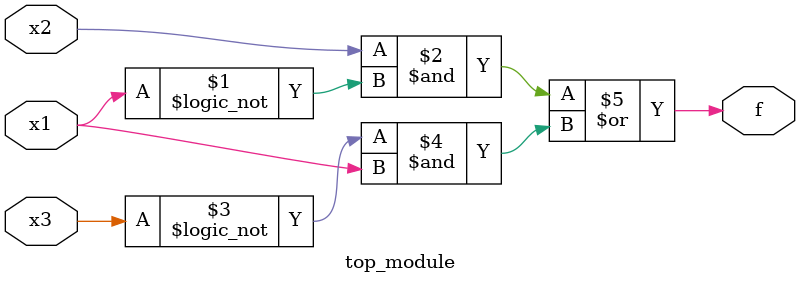
<source format=sv>
module top_module (
    input x3,
    input x2,
    input x1,
    output f
);

assign f = (x2 & !x1) | (!x3 & x1);

endmodule

</source>
